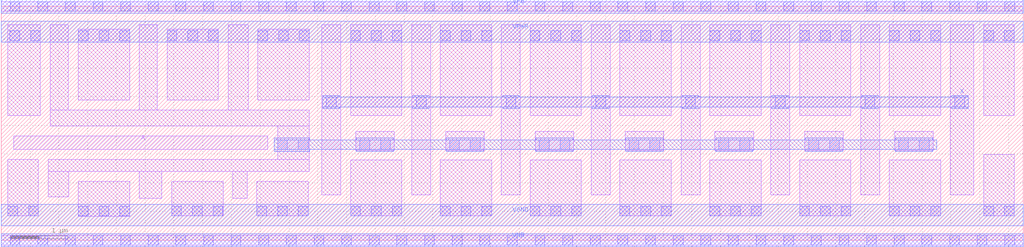
<source format=lef>
# Copyright 2020 The SkyWater PDK Authors
#
# Licensed under the Apache License, Version 2.0 (the "License");
# you may not use this file except in compliance with the License.
# You may obtain a copy of the License at
#
#     https://www.apache.org/licenses/LICENSE-2.0
#
# Unless required by applicable law or agreed to in writing, software
# distributed under the License is distributed on an "AS IS" BASIS,
# WITHOUT WARRANTIES OR CONDITIONS OF ANY KIND, either express or implied.
# See the License for the specific language governing permissions and
# limitations under the License.
#
# SPDX-License-Identifier: Apache-2.0

VERSION 5.5 ;
NAMESCASESENSITIVE ON ;
BUSBITCHARS "[]" ;
DIVIDERCHAR "/" ;
MACRO sky130_fd_sc_hvl__buf_16
  CLASS CORE ;
  SOURCE USER ;
  ORIGIN  0.000000  0.000000 ;
  SIZE  17.76000 BY  4.070000 ;
  SYMMETRY X Y ;
  SITE unithv ;
  PIN A
    ANTENNAGATEAREA  6.750000 ;
    DIRECTION INPUT ;
    USE SIGNAL ;
    PORT
      LAYER li1 ;
        RECT 0.220000 1.580000 4.630000 1.815000 ;
    END
  END A
  PIN X
    ANTENNADIFFAREA  5.040000 ;
    ANTENNAGATEAREA  6.750000 ;
    ANTENNAPARTIALMETALSIDEAREA  0.336000 ;
    DIRECTION OUTPUT ;
    USE SIGNAL ;
    PORT
      LAYER met1 ;
        RECT  5.590000 2.290000  5.880000 2.320000 ;
        RECT  5.590000 2.320000 16.800000 2.490000 ;
        RECT  5.590000 2.490000  5.880000 2.520000 ;
        RECT  7.150000 2.290000  7.440000 2.320000 ;
        RECT  7.150000 2.490000  7.440000 2.520000 ;
        RECT  8.710000 2.290000  9.000000 2.320000 ;
        RECT  8.710000 2.490000  9.000000 2.520000 ;
        RECT 10.270000 2.290000 10.560000 2.320000 ;
        RECT 10.270000 2.490000 10.560000 2.520000 ;
        RECT 11.830000 2.290000 12.120000 2.320000 ;
        RECT 11.830000 2.490000 12.120000 2.520000 ;
        RECT 13.390000 2.290000 13.680000 2.320000 ;
        RECT 13.390000 2.490000 13.680000 2.520000 ;
        RECT 14.950000 2.290000 15.240000 2.320000 ;
        RECT 14.950000 2.490000 15.240000 2.520000 ;
        RECT 16.510000 2.290000 16.800000 2.320000 ;
        RECT 16.510000 2.490000 16.800000 2.520000 ;
    END
  END X
  PIN VGND
    DIRECTION INOUT ;
    USE GROUND ;
    PORT
      LAYER met1 ;
        RECT 0.000000 0.255000 17.760000 0.625000 ;
    END
  END VGND
  PIN VNB
    DIRECTION INOUT ;
    USE GROUND ;
    PORT
      LAYER met1 ;
        RECT 0.000000 -0.115000 17.760000 0.115000 ;
    END
  END VNB
  PIN VPB
    DIRECTION INOUT ;
    USE POWER ;
    PORT
      LAYER met1 ;
        RECT 0.000000 3.955000 17.760000 4.185000 ;
    END
  END VPB
  PIN VPWR
    DIRECTION INOUT ;
    USE POWER ;
    PORT
      LAYER met1 ;
        RECT 0.000000 3.445000 17.760000 3.815000 ;
    END
  END VPWR
  OBS
    LAYER li1 ;
      RECT  0.000000 -0.085000 17.760000 0.085000 ;
      RECT  0.000000  3.985000 17.760000 4.155000 ;
      RECT  0.110000  0.425000  0.645000 1.410000 ;
      RECT  0.110000  2.175000  0.680000 3.755000 ;
      RECT  0.815000  0.755000  1.170000 1.195000 ;
      RECT  0.815000  1.195000  5.350000 1.410000 ;
      RECT  0.850000  1.985000  5.350000 2.265000 ;
      RECT  0.850000  2.265000  1.160000 3.755000 ;
      RECT  1.340000  0.415000  2.230000 1.025000 ;
      RECT  1.340000  2.445000  2.230000 3.675000 ;
      RECT  2.400000  0.730000  2.790000 1.195000 ;
      RECT  2.400000  2.265000  2.710000 3.755000 ;
      RECT  2.880000  2.445000  3.770000 3.675000 ;
      RECT  2.960000  0.425000  3.855000 1.025000 ;
      RECT  3.940000  2.265000  4.290000 3.755000 ;
      RECT  4.025000  0.730000  4.270000 1.195000 ;
      RECT  4.440000  0.425000  5.330000 1.025000 ;
      RECT  4.460000  2.445000  5.350000 3.675000 ;
      RECT  4.800000  1.410000  5.350000 1.985000 ;
      RECT  5.570000  0.790000  5.900000 3.755000 ;
      RECT  6.070000  0.425000  6.960000 1.395000 ;
      RECT  6.070000  2.175000  6.960000 3.755000 ;
      RECT  6.160000  1.565000  6.830000 1.895000 ;
      RECT  7.130000  0.790000  7.460000 3.755000 ;
      RECT  7.630000  0.425000  8.520000 1.395000 ;
      RECT  7.630000  2.175000  8.520000 3.755000 ;
      RECT  7.720000  1.565000  8.390000 1.895000 ;
      RECT  8.690000  0.790000  9.020000 3.755000 ;
      RECT  9.190000  0.425000 10.080000 1.395000 ;
      RECT  9.190000  2.175000 10.080000 3.755000 ;
      RECT  9.280000  1.565000  9.950000 1.895000 ;
      RECT 10.250000  0.790000 10.580000 3.755000 ;
      RECT 10.750000  0.425000 11.640000 1.395000 ;
      RECT 10.750000  2.175000 11.640000 3.755000 ;
      RECT 10.840000  1.565000 11.510000 1.895000 ;
      RECT 11.810000  0.790000 12.140000 3.755000 ;
      RECT 12.310000  0.425000 13.200000 1.395000 ;
      RECT 12.310000  2.175000 13.200000 3.755000 ;
      RECT 12.400000  1.565000 13.070000 1.895000 ;
      RECT 13.370000  0.790000 13.700000 3.755000 ;
      RECT 13.870000  0.425000 14.760000 1.395000 ;
      RECT 13.870000  2.175000 14.760000 3.755000 ;
      RECT 13.960000  1.565000 14.630000 1.895000 ;
      RECT 14.930000  0.790000 15.260000 3.755000 ;
      RECT 15.430000  0.425000 16.320000 1.395000 ;
      RECT 15.430000  2.175000 16.320000 3.755000 ;
      RECT 15.520000  1.565000 16.190000 1.895000 ;
      RECT 16.490000  0.790000 16.900000 3.755000 ;
      RECT 17.070000  0.425000 17.600000 1.495000 ;
      RECT 17.070000  2.175000 17.600000 3.755000 ;
    LAYER mcon ;
      RECT  0.115000  0.425000  0.285000 0.595000 ;
      RECT  0.150000  3.475000  0.320000 3.645000 ;
      RECT  0.155000 -0.085000  0.325000 0.085000 ;
      RECT  0.155000 -0.085000  0.325000 0.085000 ;
      RECT  0.155000  3.985000  0.325000 4.155000 ;
      RECT  0.155000  3.985000  0.325000 4.155000 ;
      RECT  0.475000  0.425000  0.645000 0.595000 ;
      RECT  0.510000  3.475000  0.680000 3.645000 ;
      RECT  0.635000 -0.085000  0.805000 0.085000 ;
      RECT  0.635000 -0.085000  0.805000 0.085000 ;
      RECT  0.635000  3.985000  0.805000 4.155000 ;
      RECT  0.635000  3.985000  0.805000 4.155000 ;
      RECT  1.115000 -0.085000  1.285000 0.085000 ;
      RECT  1.115000 -0.085000  1.285000 0.085000 ;
      RECT  1.115000  3.985000  1.285000 4.155000 ;
      RECT  1.115000  3.985000  1.285000 4.155000 ;
      RECT  1.340000  0.425000  1.510000 0.595000 ;
      RECT  1.340000  3.475000  1.510000 3.645000 ;
      RECT  1.595000 -0.085000  1.765000 0.085000 ;
      RECT  1.595000 -0.085000  1.765000 0.085000 ;
      RECT  1.595000  3.985000  1.765000 4.155000 ;
      RECT  1.595000  3.985000  1.765000 4.155000 ;
      RECT  1.700000  0.425000  1.870000 0.595000 ;
      RECT  1.700000  3.475000  1.870000 3.645000 ;
      RECT  2.060000  0.425000  2.230000 0.595000 ;
      RECT  2.060000  3.475000  2.230000 3.645000 ;
      RECT  2.075000 -0.085000  2.245000 0.085000 ;
      RECT  2.075000 -0.085000  2.245000 0.085000 ;
      RECT  2.075000  3.985000  2.245000 4.155000 ;
      RECT  2.075000  3.985000  2.245000 4.155000 ;
      RECT  2.555000 -0.085000  2.725000 0.085000 ;
      RECT  2.555000 -0.085000  2.725000 0.085000 ;
      RECT  2.555000  3.985000  2.725000 4.155000 ;
      RECT  2.555000  3.985000  2.725000 4.155000 ;
      RECT  2.880000  3.475000  3.050000 3.645000 ;
      RECT  2.960000  0.425000  3.130000 0.595000 ;
      RECT  3.035000 -0.085000  3.205000 0.085000 ;
      RECT  3.035000 -0.085000  3.205000 0.085000 ;
      RECT  3.035000  3.985000  3.205000 4.155000 ;
      RECT  3.035000  3.985000  3.205000 4.155000 ;
      RECT  3.240000  3.475000  3.410000 3.645000 ;
      RECT  3.320000  0.425000  3.490000 0.595000 ;
      RECT  3.515000 -0.085000  3.685000 0.085000 ;
      RECT  3.515000 -0.085000  3.685000 0.085000 ;
      RECT  3.515000  3.985000  3.685000 4.155000 ;
      RECT  3.515000  3.985000  3.685000 4.155000 ;
      RECT  3.600000  3.475000  3.770000 3.645000 ;
      RECT  3.680000  0.425000  3.850000 0.595000 ;
      RECT  3.995000 -0.085000  4.165000 0.085000 ;
      RECT  3.995000 -0.085000  4.165000 0.085000 ;
      RECT  3.995000  3.985000  4.165000 4.155000 ;
      RECT  3.995000  3.985000  4.165000 4.155000 ;
      RECT  4.440000  0.425000  4.610000 0.595000 ;
      RECT  4.460000  3.475000  4.630000 3.645000 ;
      RECT  4.475000 -0.085000  4.645000 0.085000 ;
      RECT  4.475000 -0.085000  4.645000 0.085000 ;
      RECT  4.475000  3.985000  4.645000 4.155000 ;
      RECT  4.475000  3.985000  4.645000 4.155000 ;
      RECT  4.800000  0.425000  4.970000 0.595000 ;
      RECT  4.800000  1.580000  4.970000 1.750000 ;
      RECT  4.820000  3.475000  4.990000 3.645000 ;
      RECT  4.955000 -0.085000  5.125000 0.085000 ;
      RECT  4.955000 -0.085000  5.125000 0.085000 ;
      RECT  4.955000  3.985000  5.125000 4.155000 ;
      RECT  4.955000  3.985000  5.125000 4.155000 ;
      RECT  5.160000  0.425000  5.330000 0.595000 ;
      RECT  5.160000  1.580000  5.330000 1.750000 ;
      RECT  5.180000  3.475000  5.350000 3.645000 ;
      RECT  5.435000 -0.085000  5.605000 0.085000 ;
      RECT  5.435000 -0.085000  5.605000 0.085000 ;
      RECT  5.435000  3.985000  5.605000 4.155000 ;
      RECT  5.435000  3.985000  5.605000 4.155000 ;
      RECT  5.650000  2.320000  5.820000 2.490000 ;
      RECT  5.915000 -0.085000  6.085000 0.085000 ;
      RECT  5.915000 -0.085000  6.085000 0.085000 ;
      RECT  5.915000  3.985000  6.085000 4.155000 ;
      RECT  5.915000  3.985000  6.085000 4.155000 ;
      RECT  6.070000  0.425000  6.240000 0.595000 ;
      RECT  6.070000  3.475000  6.240000 3.645000 ;
      RECT  6.230000  1.580000  6.400000 1.750000 ;
      RECT  6.395000 -0.085000  6.565000 0.085000 ;
      RECT  6.395000 -0.085000  6.565000 0.085000 ;
      RECT  6.395000  3.985000  6.565000 4.155000 ;
      RECT  6.395000  3.985000  6.565000 4.155000 ;
      RECT  6.430000  0.425000  6.600000 0.595000 ;
      RECT  6.430000  3.475000  6.600000 3.645000 ;
      RECT  6.590000  1.580000  6.760000 1.750000 ;
      RECT  6.790000  0.425000  6.960000 0.595000 ;
      RECT  6.790000  3.475000  6.960000 3.645000 ;
      RECT  6.875000 -0.085000  7.045000 0.085000 ;
      RECT  6.875000 -0.085000  7.045000 0.085000 ;
      RECT  6.875000  3.985000  7.045000 4.155000 ;
      RECT  6.875000  3.985000  7.045000 4.155000 ;
      RECT  7.210000  2.320000  7.380000 2.490000 ;
      RECT  7.355000 -0.085000  7.525000 0.085000 ;
      RECT  7.355000 -0.085000  7.525000 0.085000 ;
      RECT  7.355000  3.985000  7.525000 4.155000 ;
      RECT  7.355000  3.985000  7.525000 4.155000 ;
      RECT  7.630000  0.425000  7.800000 0.595000 ;
      RECT  7.630000  3.475000  7.800000 3.645000 ;
      RECT  7.790000  1.580000  7.960000 1.750000 ;
      RECT  7.835000 -0.085000  8.005000 0.085000 ;
      RECT  7.835000 -0.085000  8.005000 0.085000 ;
      RECT  7.835000  3.985000  8.005000 4.155000 ;
      RECT  7.835000  3.985000  8.005000 4.155000 ;
      RECT  7.990000  0.425000  8.160000 0.595000 ;
      RECT  7.990000  3.475000  8.160000 3.645000 ;
      RECT  8.150000  1.580000  8.320000 1.750000 ;
      RECT  8.315000 -0.085000  8.485000 0.085000 ;
      RECT  8.315000 -0.085000  8.485000 0.085000 ;
      RECT  8.315000  3.985000  8.485000 4.155000 ;
      RECT  8.315000  3.985000  8.485000 4.155000 ;
      RECT  8.350000  0.425000  8.520000 0.595000 ;
      RECT  8.350000  3.475000  8.520000 3.645000 ;
      RECT  8.770000  2.320000  8.940000 2.490000 ;
      RECT  8.795000 -0.085000  8.965000 0.085000 ;
      RECT  8.795000 -0.085000  8.965000 0.085000 ;
      RECT  8.795000  3.985000  8.965000 4.155000 ;
      RECT  8.795000  3.985000  8.965000 4.155000 ;
      RECT  9.190000  0.425000  9.360000 0.595000 ;
      RECT  9.190000  3.475000  9.360000 3.645000 ;
      RECT  9.275000 -0.085000  9.445000 0.085000 ;
      RECT  9.275000 -0.085000  9.445000 0.085000 ;
      RECT  9.275000  3.985000  9.445000 4.155000 ;
      RECT  9.275000  3.985000  9.445000 4.155000 ;
      RECT  9.350000  1.580000  9.520000 1.750000 ;
      RECT  9.550000  0.425000  9.720000 0.595000 ;
      RECT  9.550000  3.475000  9.720000 3.645000 ;
      RECT  9.710000  1.580000  9.880000 1.750000 ;
      RECT  9.755000 -0.085000  9.925000 0.085000 ;
      RECT  9.755000 -0.085000  9.925000 0.085000 ;
      RECT  9.755000  3.985000  9.925000 4.155000 ;
      RECT  9.755000  3.985000  9.925000 4.155000 ;
      RECT  9.910000  0.425000 10.080000 0.595000 ;
      RECT  9.910000  3.475000 10.080000 3.645000 ;
      RECT 10.235000 -0.085000 10.405000 0.085000 ;
      RECT 10.235000 -0.085000 10.405000 0.085000 ;
      RECT 10.235000  3.985000 10.405000 4.155000 ;
      RECT 10.235000  3.985000 10.405000 4.155000 ;
      RECT 10.330000  2.320000 10.500000 2.490000 ;
      RECT 10.715000 -0.085000 10.885000 0.085000 ;
      RECT 10.715000 -0.085000 10.885000 0.085000 ;
      RECT 10.715000  3.985000 10.885000 4.155000 ;
      RECT 10.715000  3.985000 10.885000 4.155000 ;
      RECT 10.750000  0.425000 10.920000 0.595000 ;
      RECT 10.750000  3.475000 10.920000 3.645000 ;
      RECT 10.910000  1.580000 11.080000 1.750000 ;
      RECT 11.110000  0.425000 11.280000 0.595000 ;
      RECT 11.110000  3.475000 11.280000 3.645000 ;
      RECT 11.195000 -0.085000 11.365000 0.085000 ;
      RECT 11.195000 -0.085000 11.365000 0.085000 ;
      RECT 11.195000  3.985000 11.365000 4.155000 ;
      RECT 11.195000  3.985000 11.365000 4.155000 ;
      RECT 11.270000  1.580000 11.440000 1.750000 ;
      RECT 11.470000  0.425000 11.640000 0.595000 ;
      RECT 11.470000  3.475000 11.640000 3.645000 ;
      RECT 11.675000 -0.085000 11.845000 0.085000 ;
      RECT 11.675000 -0.085000 11.845000 0.085000 ;
      RECT 11.675000  3.985000 11.845000 4.155000 ;
      RECT 11.675000  3.985000 11.845000 4.155000 ;
      RECT 11.890000  2.320000 12.060000 2.490000 ;
      RECT 12.155000 -0.085000 12.325000 0.085000 ;
      RECT 12.155000 -0.085000 12.325000 0.085000 ;
      RECT 12.155000  3.985000 12.325000 4.155000 ;
      RECT 12.155000  3.985000 12.325000 4.155000 ;
      RECT 12.310000  0.425000 12.480000 0.595000 ;
      RECT 12.310000  3.475000 12.480000 3.645000 ;
      RECT 12.470000  1.580000 12.640000 1.750000 ;
      RECT 12.635000 -0.085000 12.805000 0.085000 ;
      RECT 12.635000 -0.085000 12.805000 0.085000 ;
      RECT 12.635000  3.985000 12.805000 4.155000 ;
      RECT 12.635000  3.985000 12.805000 4.155000 ;
      RECT 12.670000  0.425000 12.840000 0.595000 ;
      RECT 12.670000  3.475000 12.840000 3.645000 ;
      RECT 12.830000  1.580000 13.000000 1.750000 ;
      RECT 13.030000  0.425000 13.200000 0.595000 ;
      RECT 13.030000  3.475000 13.200000 3.645000 ;
      RECT 13.115000 -0.085000 13.285000 0.085000 ;
      RECT 13.115000 -0.085000 13.285000 0.085000 ;
      RECT 13.115000  3.985000 13.285000 4.155000 ;
      RECT 13.115000  3.985000 13.285000 4.155000 ;
      RECT 13.450000  2.320000 13.620000 2.490000 ;
      RECT 13.595000 -0.085000 13.765000 0.085000 ;
      RECT 13.595000 -0.085000 13.765000 0.085000 ;
      RECT 13.595000  3.985000 13.765000 4.155000 ;
      RECT 13.595000  3.985000 13.765000 4.155000 ;
      RECT 13.870000  0.425000 14.040000 0.595000 ;
      RECT 13.870000  3.475000 14.040000 3.645000 ;
      RECT 14.030000  1.580000 14.200000 1.750000 ;
      RECT 14.075000 -0.085000 14.245000 0.085000 ;
      RECT 14.075000 -0.085000 14.245000 0.085000 ;
      RECT 14.075000  3.985000 14.245000 4.155000 ;
      RECT 14.075000  3.985000 14.245000 4.155000 ;
      RECT 14.230000  0.425000 14.400000 0.595000 ;
      RECT 14.230000  3.475000 14.400000 3.645000 ;
      RECT 14.390000  1.580000 14.560000 1.750000 ;
      RECT 14.555000 -0.085000 14.725000 0.085000 ;
      RECT 14.555000 -0.085000 14.725000 0.085000 ;
      RECT 14.555000  3.985000 14.725000 4.155000 ;
      RECT 14.555000  3.985000 14.725000 4.155000 ;
      RECT 14.590000  0.425000 14.760000 0.595000 ;
      RECT 14.590000  3.475000 14.760000 3.645000 ;
      RECT 15.010000  2.320000 15.180000 2.490000 ;
      RECT 15.035000 -0.085000 15.205000 0.085000 ;
      RECT 15.035000 -0.085000 15.205000 0.085000 ;
      RECT 15.035000  3.985000 15.205000 4.155000 ;
      RECT 15.035000  3.985000 15.205000 4.155000 ;
      RECT 15.430000  0.425000 15.600000 0.595000 ;
      RECT 15.430000  3.475000 15.600000 3.645000 ;
      RECT 15.515000 -0.085000 15.685000 0.085000 ;
      RECT 15.515000 -0.085000 15.685000 0.085000 ;
      RECT 15.515000  3.985000 15.685000 4.155000 ;
      RECT 15.515000  3.985000 15.685000 4.155000 ;
      RECT 15.590000  1.580000 15.760000 1.750000 ;
      RECT 15.790000  0.425000 15.960000 0.595000 ;
      RECT 15.790000  3.475000 15.960000 3.645000 ;
      RECT 15.950000  1.580000 16.120000 1.750000 ;
      RECT 15.995000 -0.085000 16.165000 0.085000 ;
      RECT 15.995000 -0.085000 16.165000 0.085000 ;
      RECT 15.995000  3.985000 16.165000 4.155000 ;
      RECT 15.995000  3.985000 16.165000 4.155000 ;
      RECT 16.150000  0.425000 16.320000 0.595000 ;
      RECT 16.150000  3.475000 16.320000 3.645000 ;
      RECT 16.475000 -0.085000 16.645000 0.085000 ;
      RECT 16.475000 -0.085000 16.645000 0.085000 ;
      RECT 16.475000  3.985000 16.645000 4.155000 ;
      RECT 16.475000  3.985000 16.645000 4.155000 ;
      RECT 16.570000  2.320000 16.740000 2.490000 ;
      RECT 16.955000 -0.085000 17.125000 0.085000 ;
      RECT 16.955000 -0.085000 17.125000 0.085000 ;
      RECT 16.955000  3.985000 17.125000 4.155000 ;
      RECT 16.955000  3.985000 17.125000 4.155000 ;
      RECT 17.070000  0.425000 17.240000 0.595000 ;
      RECT 17.070000  3.475000 17.240000 3.645000 ;
      RECT 17.430000  0.425000 17.600000 0.595000 ;
      RECT 17.430000  3.475000 17.600000 3.645000 ;
      RECT 17.435000 -0.085000 17.605000 0.085000 ;
      RECT 17.435000 -0.085000 17.605000 0.085000 ;
      RECT 17.435000  3.985000 17.605000 4.155000 ;
      RECT 17.435000  3.985000 17.605000 4.155000 ;
    LAYER met1 ;
      RECT  4.740000 1.550000  5.360000 1.580000 ;
      RECT  4.740000 1.580000 16.250000 1.750000 ;
      RECT  4.740000 1.750000  5.360000 1.780000 ;
      RECT  6.170000 1.550000  6.820000 1.580000 ;
      RECT  6.170000 1.750000  6.820000 1.780000 ;
      RECT  7.730000 1.550000  8.380000 1.580000 ;
      RECT  7.730000 1.750000  8.380000 1.780000 ;
      RECT  9.290000 1.550000  9.940000 1.580000 ;
      RECT  9.290000 1.750000  9.940000 1.780000 ;
      RECT 10.850000 1.550000 11.500000 1.580000 ;
      RECT 10.850000 1.750000 11.500000 1.780000 ;
      RECT 12.410000 1.550000 13.060000 1.580000 ;
      RECT 12.410000 1.750000 13.060000 1.780000 ;
      RECT 13.970000 1.550000 14.620000 1.580000 ;
      RECT 13.970000 1.750000 14.620000 1.780000 ;
      RECT 15.530000 1.550000 16.180000 1.580000 ;
      RECT 15.530000 1.750000 16.180000 1.780000 ;
  END
END sky130_fd_sc_hvl__buf_16
END LIBRARY

</source>
